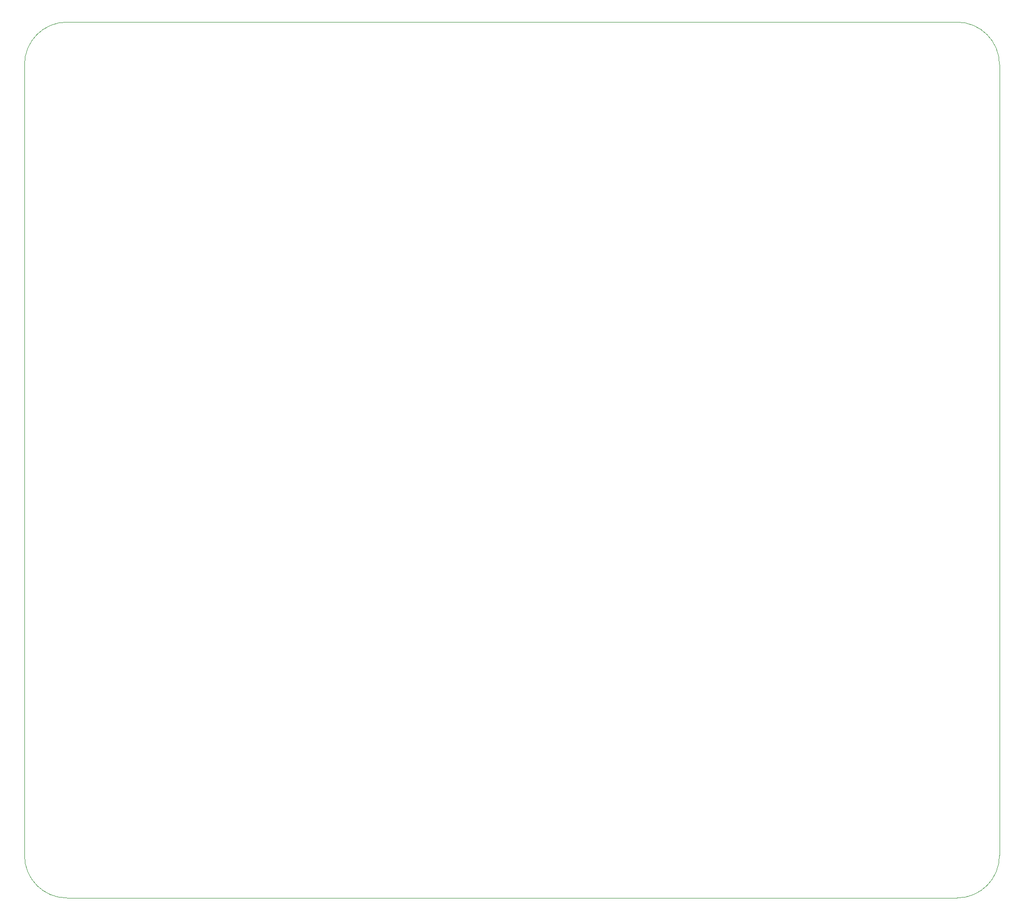
<source format=gbr>
From 8599989f0065842b1e59bf03787b85420a3873c8 Mon Sep 17 00:00:00 2001
From: Sam Anthony <sam@samanthony.xyz>
Date: Sat, 27 Sep 2025 13:02:56 -0400
Subject: tht quote

---
 hw/manufacturing/can_gauge_interface-Edge_Cuts.gbr | 46 ++++++++++++++++++++++
 1 file changed, 46 insertions(+)
 create mode 100644 hw/manufacturing/can_gauge_interface-Edge_Cuts.gbr

(limited to 'hw/manufacturing/can_gauge_interface-Edge_Cuts.gbr')

diff --git a/hw/manufacturing/can_gauge_interface-Edge_Cuts.gbr b/hw/manufacturing/can_gauge_interface-Edge_Cuts.gbr
new file mode 100644
index 0000000..7e91ce7
--- /dev/null
+++ b/hw/manufacturing/can_gauge_interface-Edge_Cuts.gbr
@@ -0,0 +1,46 @@
+%TF.GenerationSoftware,KiCad,Pcbnew,9.0.0*%
+%TF.CreationDate,2025-09-27T10:55:47-04:00*%
+%TF.ProjectId,can_gauge_interface,63616e5f-6761-4756-9765-5f696e746572,0.1*%
+%TF.SameCoordinates,Original*%
+%TF.FileFunction,Profile,NP*%
+%FSLAX46Y46*%
+G04 Gerber Fmt 4.6, Leading zero omitted, Abs format (unit mm)*
+G04 Created by KiCad (PCBNEW 9.0.0) date 2025-09-27 10:55:47*
+%MOMM*%
+%LPD*%
+G01*
+G04 APERTURE LIST*
+%TA.AperFunction,Profile*%
+%ADD10C,0.050000*%
+%TD*%
+G04 APERTURE END LIST*
+D10*
+X25000000Y-82500000D02*
+G75*
+G02*
+X32500000Y-75000000I7500000J0D01*
+G01*
+X197500000Y-222500000D02*
+G75*
+G02*
+X190000000Y-230000000I-7500000J0D01*
+G01*
+X32500000Y-230000000D02*
+X190000000Y-230000000D01*
+X32500000Y-230000000D02*
+G75*
+G02*
+X25000000Y-222500000I0J7500000D01*
+G01*
+X25000000Y-222500000D02*
+X25000000Y-82500000D01*
+X32500000Y-75000000D02*
+X190000000Y-75000000D01*
+X197500000Y-82500000D02*
+X197500000Y-222500000D01*
+X190000000Y-75000000D02*
+G75*
+G02*
+X197500000Y-82500000I0J-7500000D01*
+G01*
+M02*
-- 
cgit v1.2.3


</source>
